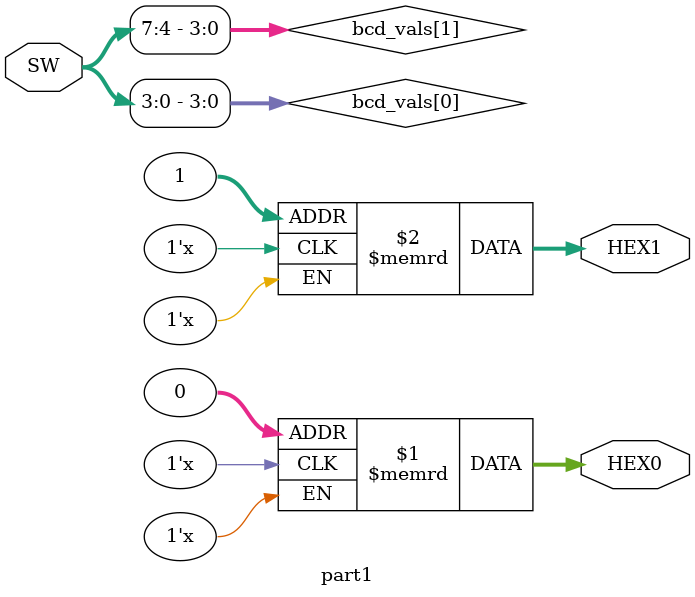
<source format=sv>
`default_nettype none

module part1 (
    input logic [7:0] SW,
    output logic [6:0] HEX1, HEX0
);

logic [3:0] bcd_vals [1:0];
logic [6:0] seven_seg_vals [1:0];

assign {bcd_vals[1], bcd_vals[0]}= SW; // bad_vals = SW; unpacked array can't be assigned packed array
assign {HEX1, HEX0} = {seven_seg_vals[1], seven_seg_vals[0]};

genvar i;
generate
    for (i = 0; i < 2; i = i + 1) begin: decoder
        bcd_to_seven_seg decoder (
            .bcd_val(bcd_vals[i]),
            .seven_seg_val(seven_seg_vals[i])
        );
    end
endgenerate

endmodule

</source>
